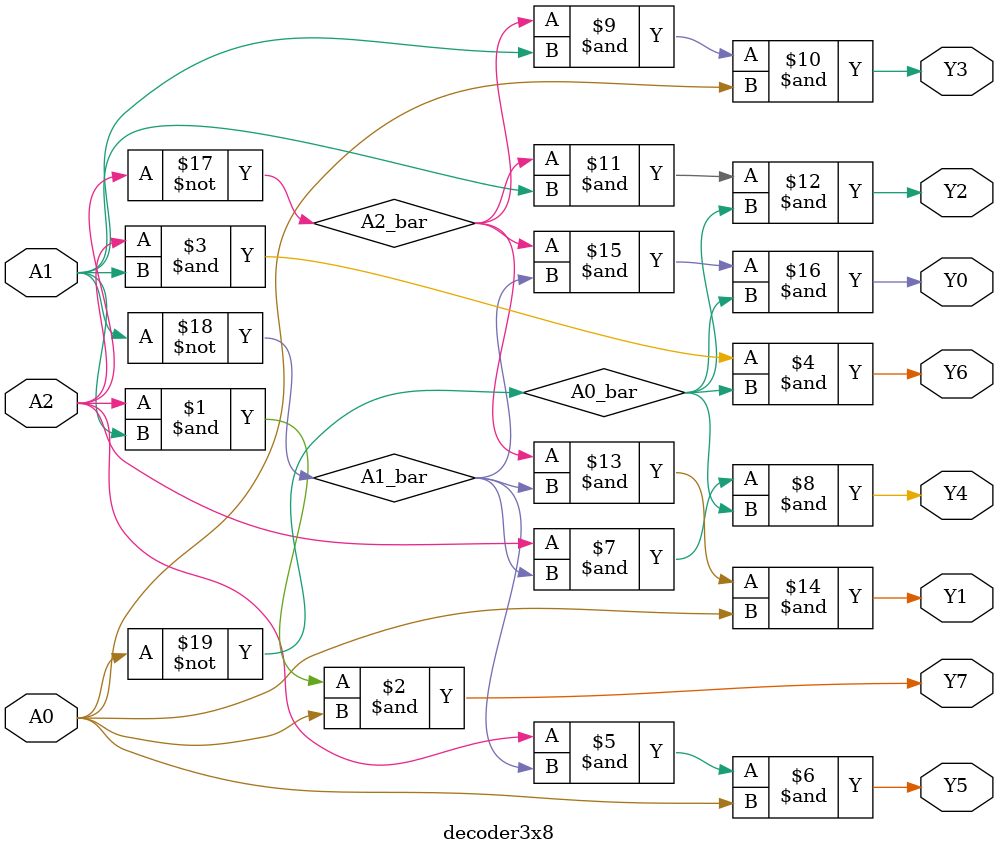
<source format=v>
module decoder3x8 (A2, A1, A0, Y7, Y6, Y5, Y4, Y3, Y2, Y1, Y0);
	input A2, A1, A0;
	output Y7, Y6, Y5, Y4, Y3, Y2, Y1, Y0;

	wire A2_bar, A1_bar, A0_bar;

	not uut_A2_bar (A2_bar, A2);
	not uut_A1_bar (A1_bar, A1);
	not uut_A0_bar (A0_bar, A0);

	and uut_Y7 ( Y7, A2, A1, A0);
	and uut_Y6 ( Y6, A2, A1, A0_bar);
	and uut_Y5 ( Y5, A2, A1_bar, A0);
	and uut_Y4 ( Y4, A2, A1_bar, A0_bar);
	and uut_Y3 ( Y3, A2_bar, A1, A0);
	and uut_Y2 ( Y2, A2_bar, A1, A0_bar);
	and uut_Y1 ( Y1, A2_bar, A1_bar, A0);
	and uut_Y0 ( Y0, A2_bar, A1_bar, A0_bar);

endmodule
</source>
